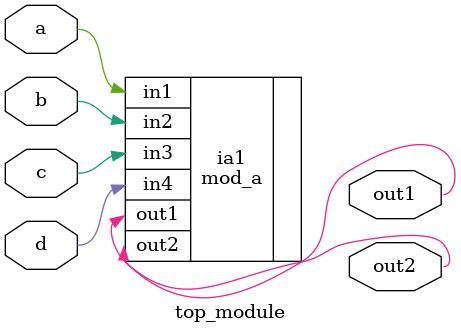
<source format=v>
module top_module ( 
    input a, 
    input b, 
    input c,
    input d,
    output out1,
    output out2
);
    mod_a ia1(.out1(out1), .out2(out2), .in1(a), .in2(b), .in3(c), .in4(d));
endmodule

</source>
